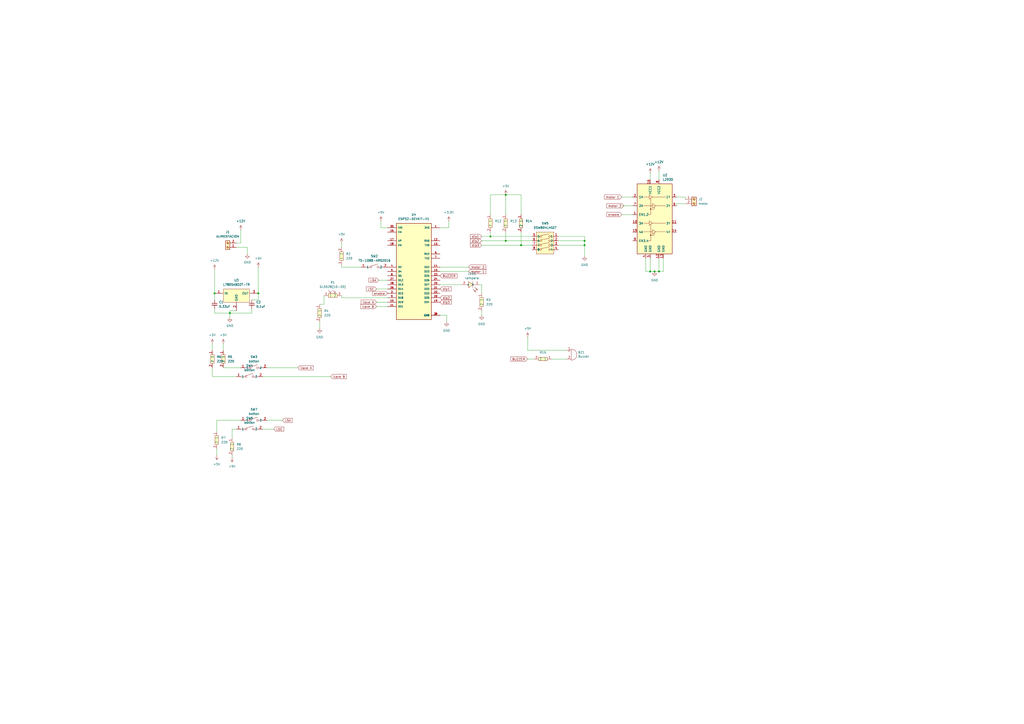
<source format=kicad_sch>
(kicad_sch (version 20250114) (generator "eeschema") (generator_version "9.0")
  (paper "A2")
  (lib_symbols
    (symbol "Connector:Screw_Terminal_01x02" (pin_names (offset 1.016) (hide yes))
      (property "Reference" "J" (at 0 2.54 0))
      (property "Value" "Screw_Terminal_01x02" (at 0 -5.08 0))
      (symbol "Screw_Terminal_01x02_1_1"
        (rectangle (start -1.27 1.27) (end 1.27 -3.81) (stroke (width 0.254)) (fill (type background)))
        (polyline (pts (xy -0.5334 0.3302) (xy 0.3302 -0.508)) (stroke (width 0.1524)))
        (polyline (pts (xy -0.5334 -2.2098) (xy 0.3302 -3.048)) (stroke (width 0.1524)))
        (polyline (pts (xy -0.3556 0.508) (xy 0.508 -0.3302)) (stroke (width 0.1524)))
        (polyline (pts (xy -0.3556 -2.032) (xy 0.508 -2.8702)) (stroke (width 0.1524)))
        (circle (center 0 0) (radius 0.635) (stroke (width 0.1524)))
        (circle (center 0 -2.54) (radius 0.635) (stroke (width 0.1524)))
        (pin passive line (at -5.08 0 0) (length 3.81) (name "Pin_1") (number "1"))
        (pin passive line (at -5.08 -2.54 0) (length 3.81) (name "Pin_2") (number "2"))
      )
    )
    (symbol "Device:Buzzer" (pin_names (offset 0.0254) (hide yes))
      (property "Reference" "BZ" (at 3.81 1.27 0))
      (property "Value" "Buzzer" (at 3.81 -1.27 0))
      (symbol "Buzzer_0_1"
        (polyline (pts (xy -1.651 1.905) (xy -1.143 1.905)))
        (polyline (pts (xy -1.397 2.159) (xy -1.397 1.651)))
        (arc (start 0 3.175) (mid 3.1612 0) (end 0 -3.175))
        (polyline (pts (xy 0 3.175) (xy 0 -3.175)))
      )
      (symbol "Buzzer_1_1"
        (pin passive line (at -2.54 2.54 0) (length 2.54) (name "+") (number "1"))
        (pin passive line (at -2.54 -2.54 0) (length 2.54) (name "-") (number "2"))
      )
    )
    (symbol "Device:C_Small" (pin_numbers (hide yes)) (pin_names (offset 0.254) (hide yes))
      (property "Reference" "C" (at 0.254 1.778 0))
      (property "Value" "C_Small" (at 0.254 -2.032 0))
      (symbol "C_Small_0_1"
        (polyline (pts (xy -1.524 0.508) (xy 1.524 0.508)) (stroke (width 0.3048)))
        (polyline (pts (xy -1.524 -0.508) (xy 1.524 -0.508)) (stroke (width 0.3302)))
      )
      (symbol "C_Small_1_1"
        (pin passive line (at 0 2.54 270) (length 2.032) (name "~") (number "1"))
        (pin passive line (at 0 -2.54 90) (length 2.032) (name "~") (number "2"))
      )
    )
    (symbol "Driver_Motor:L293D" (pin_names (offset 1.016))
      (property "Reference" "U" (at -5.08 26.035 0))
      (property "Value" "L293D" (at -5.08 24.13 0))
      (symbol "L293D_0_1"
        (rectangle (start -10.16 22.86) (end 10.16 -17.78) (stroke (width 0.254)) (fill (type background)))
        (polyline (pts (xy -6.35 15.24) (xy -3.175 15.24)))
        (polyline (pts (xy -6.35 10.16) (xy -1.27 10.16)))
        (polyline (pts (xy -6.35 0.127) (xy -3.175 0.127)))
        (polyline (pts (xy -6.35 -4.953) (xy -1.27 -4.953)))
        (polyline (pts (xy -3.175 16.51) (xy -3.175 13.97) (xy -1.27 15.24) (xy -3.175 16.51)))
        (polyline (pts (xy -3.175 1.397) (xy -3.175 -1.143) (xy -1.27 0.127) (xy -3.175 1.397)))
        (polyline (pts (xy -2.286 14.478) (xy -2.286 5.08) (xy -3.556 5.08)))
        (circle (center -2.286 8.255) (radius 0.254) (fill (type outline)))
        (polyline (pts (xy -2.286 8.255) (xy -0.254 8.255) (xy -0.254 9.525)))
        (polyline (pts (xy -2.286 -0.635) (xy -2.286 -10.16) (xy -3.556 -10.16)))
        (circle (center -2.286 -6.858) (radius 0.254) (fill (type outline)))
        (polyline (pts (xy -2.286 -6.858) (xy -0.254 -6.858) (xy -0.254 -5.588)))
        (polyline (pts (xy -1.27 15.24) (xy 6.35 15.24)))
        (polyline (pts (xy -1.27 11.43) (xy -1.27 8.89) (xy 0.635 10.16) (xy -1.27 11.43)))
        (polyline (pts (xy -1.27 0.127) (xy 6.35 0.127)))
        (polyline (pts (xy -1.27 -3.683) (xy -1.27 -6.223) (xy 0.635 -4.953) (xy -1.27 -3.683)))
        (polyline (pts (xy 0.635 10.16) (xy 6.35 10.16)))
        (polyline (pts (xy 0.635 -4.953) (xy 6.35 -4.953)))
      )
      (symbol "L293D_1_1"
        (pin input line (at -12.7 15.24 0) (length 2.54) (name "1A") (number "2"))
        (pin input line (at -12.7 10.16 0) (length 2.54) (name "2A") (number "7"))
        (pin input line (at -12.7 5.08 0) (length 2.54) (name "EN1,2") (number "1"))
        (pin input line (at -12.7 0 0) (length 2.54) (name "3A") (number "10"))
        (pin input line (at -12.7 -5.08 0) (length 2.54) (name "4A") (number "15"))
        (pin input line (at -12.7 -10.16 0) (length 2.54) (name "EN3,4") (number "9"))
        (pin power_in line (at -5.08 -20.32 90) (length 2.54) (name "GND") (number "4"))
        (pin power_in line (at -2.54 25.4 270) (length 2.54) (name "VCC1") (number "16"))
        (pin power_in line (at -2.54 -20.32 90) (length 2.54) (name "GND") (number "5"))
        (pin power_in line (at 2.54 25.4 270) (length 2.54) (name "VCC2") (number "8"))
        (pin power_in line (at 2.54 -20.32 90) (length 2.54) (name "GND") (number "12"))
        (pin power_in line (at 5.08 -20.32 90) (length 2.54) (name "GND") (number "13"))
        (pin output line (at 12.7 15.24 180) (length 2.54) (name "1Y") (number "3"))
        (pin output line (at 12.7 10.16 180) (length 2.54) (name "2Y") (number "6"))
        (pin output line (at 12.7 0 180) (length 2.54) (name "3Y") (number "11"))
        (pin output line (at 12.7 -5.08 180) (length 2.54) (name "4Y") (number "14"))
      )
    )
    (symbol "ESP32-DEVKIT-V1:ESP32-DEVKIT-V1" (pin_names (offset 1.016))
      (property "Reference" "U" (at -10.16 30.48 0))
      (property "Value" "ESP32-DEVKIT-V1" (at -10.16 -30.48 0))
      (symbol "ESP32-DEVKIT-V1_0_0"
        (rectangle (start -10.16 -27.94) (end 10.16 27.94) (stroke (width 0.254)) (fill (type background)))
        (pin input line (at -15.24 25.4 0) (length 5.08) (name "VIN") (number "30"))
        (pin input line (at -15.24 22.86 0) (length 5.08) (name "EN") (number "16"))
        (pin bidirectional line (at -15.24 17.78 0) (length 5.08) (name "VP") (number "17"))
        (pin bidirectional line (at -15.24 15.24 0) (length 5.08) (name "VN") (number "18"))
        (pin bidirectional line (at -15.24 2.54 0) (length 5.08) (name "D2") (number "4"))
        (pin bidirectional line (at -15.24 0 0) (length 5.08) (name "D4") (number "5"))
        (pin bidirectional line (at -15.24 -2.54 0) (length 5.08) (name "D5") (number "8"))
        (pin bidirectional line (at -15.24 -5.08 0) (length 5.08) (name "D12") (number "27"))
        (pin bidirectional line (at -15.24 -7.62 0) (length 5.08) (name "D13") (number "28"))
        (pin bidirectional line (at -15.24 -10.16 0) (length 5.08) (name "D14") (number "26"))
        (pin bidirectional line (at -15.24 -12.7 0) (length 5.08) (name "D15") (number "3"))
        (pin bidirectional line (at -15.24 -15.24 0) (length 5.08) (name "D18") (number "9"))
        (pin bidirectional line (at -15.24 -17.78 0) (length 5.08) (name "D19") (number "10"))
        (pin bidirectional line (at -15.24 -20.32 0) (length 5.08) (name "D21") (number "11"))
        (pin output line (at 15.24 25.4 180) (length 5.08) (name "3V3") (number "1"))
        (pin input line (at 15.24 17.78 180) (length 5.08) (name "RX0") (number "12"))
        (pin output line (at 15.24 15.24 180) (length 5.08) (name "TX0") (number "13"))
        (pin input line (at 15.24 10.16 180) (length 5.08) (name "RX2") (number "6"))
        (pin output line (at 15.24 7.62 180) (length 5.08) (name "TX2") (number "7"))
        (pin bidirectional line (at 15.24 2.54 180) (length 5.08) (name "D22") (number "14"))
        (pin bidirectional line (at 15.24 0 180) (length 5.08) (name "D23") (number "15"))
        (pin bidirectional line (at 15.24 -2.54 180) (length 5.08) (name "D25") (number "23"))
        (pin bidirectional line (at 15.24 -5.08 180) (length 5.08) (name "D26") (number "24"))
        (pin bidirectional line (at 15.24 -7.62 180) (length 5.08) (name "D27") (number "25"))
        (pin bidirectional line (at 15.24 -10.16 180) (length 5.08) (name "D32") (number "21"))
        (pin bidirectional line (at 15.24 -12.7 180) (length 5.08) (name "D33") (number "22"))
        (pin bidirectional line (at 15.24 -15.24 180) (length 5.08) (name "D35") (number "20"))
        (pin bidirectional line (at 15.24 -17.78 180) (length 5.08) (name "D34") (number "19"))
        (pin power_in line (at 15.24 -25.4 180) (length 5.08) (name "GND") (number "2"))
        (pin power_in line (at 15.24 -25.4 180) (length 5.08) (name "GND") (number "29"))
      )
    )
    (symbol "easyeda2kicad:1206W4J0221T5E"
      (property "Reference" "R" (at 0 5.08 0))
      (property "Value" "1206W4J0221T5E" (at 0 -5.08 0))
      (symbol "1206W4J0221T5E_0_1"
        (rectangle (start -2.54 1.02) (end 2.54 -1.02) (fill (type background)))
        (pin input line (at -5.08 0 0) (length 2.54) (name "1") (number "1"))
        (pin input line (at 5.08 0 180) (length 2.54) (name "2") (number "2"))
      )
    )
    (symbol "easyeda2kicad:DSWB04LHGET"
      (property "Reference" "SW" (at 0 12.7 0))
      (property "Value" "DSWB04LHGET" (at 0 -12.7 0))
      (symbol "DSWB04LHGET_0_1"
        (rectangle (start -6.35 5.08) (end 6.35 -5.08) (fill (type background)))
        (polyline (pts (xy -4.32 -2.54) (xy -5.33 2.54)))
        (polyline (pts (xy -3.81 3.05) (xy -3.81 5.08)))
        (circle (center -3.81 2.54) (radius 0.51))
        (circle (center -3.81 -2.54) (radius 0.51))
        (polyline (pts (xy -3.81 -3.05) (xy -3.81 -5.08)))
        (polyline (pts (xy -1.78 -2.54) (xy -2.79 2.54)))
        (polyline (pts (xy -1.27 3.05) (xy -1.27 5.08)))
        (circle (center -1.27 2.54) (radius 0.51))
        (circle (center -1.27 -2.54) (radius 0.51))
        (polyline (pts (xy -1.27 -3.05) (xy -1.27 -5.08)))
        (polyline (pts (xy 0.76 -2.54) (xy -0.25 2.54)))
        (polyline (pts (xy 1.27 3.05) (xy 1.27 5.08)))
        (circle (center 1.27 2.54) (radius 0.51))
        (circle (center 1.27 -2.54) (radius 0.51))
        (polyline (pts (xy 1.27 -3.05) (xy 1.27 -5.08)))
        (polyline (pts (xy 3.3 -2.54) (xy 2.29 2.54)))
        (polyline (pts (xy 3.81 3.05) (xy 3.81 5.08)))
        (circle (center 3.81 2.54) (radius 0.51))
        (circle (center 3.81 -2.54) (radius 0.51))
        (polyline (pts (xy 3.81 -3.05) (xy 3.81 -5.08)))
        (pin unspecified line (at -3.81 7.62 270) (length 2.54) (name "1") (number "1"))
        (pin unspecified line (at -3.81 -7.62 90) (length 2.54) (name "5") (number "5"))
        (pin unspecified line (at -1.27 7.62 270) (length 2.54) (name "2") (number "2"))
        (pin unspecified line (at -1.27 -7.62 90) (length 2.54) (name "6") (number "6"))
        (pin unspecified line (at 1.27 7.62 270) (length 2.54) (name "3") (number "3"))
        (pin unspecified line (at 1.27 -7.62 90) (length 2.54) (name "7") (number "7"))
        (pin unspecified line (at 3.81 7.62 270) (length 2.54) (name "4") (number "4"))
        (pin unspecified line (at 3.81 -7.62 90) (length 2.54) (name "8") (number "8"))
      )
    )
    (symbol "easyeda2kicad:GL5528(10-20)"
      (property "Reference" "R" (at 0 3.81 0))
      (property "Value" "GL5528(10-20)" (at 0 -6.35 0))
      (symbol "GL5528(10-20)_0_1"
        (polyline (pts (xy -2.54 1.78) (xy -1.02 0.25)))
        (rectangle (start -2.54 -0.25) (end 2.54 -2.29) (fill (type background)))
        (polyline (pts (xy -1.02 1.27) (xy -1.02 0.25) (xy -2.03 0.25)))
        (polyline (pts (xy 0 1.78) (xy 1.52 0.25)))
        (polyline (pts (xy 1.52 1.27) (xy 1.52 0.25) (xy 0.51 0.25)))
        (pin input line (at -5.08 -1.27 0) (length 2.54) (name "1") (number "1"))
        (pin input line (at 5.08 -1.27 180) (length 2.54) (name "2") (number "2"))
      )
    )
    (symbol "easyeda2kicad:L7805ABD2T-TR"
      (property "Reference" "U" (at 0 8.89 0))
      (property "Value" "L7805ABD2T-TR" (at 0 -11.43 0))
      (symbol "L7805ABD2T-TR_0_1"
        (rectangle (start -7.62 6.35) (end 7.62 -1.27) (fill (type background)))
        (pin power_in line (at -12.7 3.81 0) (length 5.08) (name "IN") (number "1"))
        (pin power_in line (at 0 -6.35 90) (length 5.08) (name "GND") (number "2"))
        (pin power_in line (at 12.7 3.81 180) (length 5.08) (name "OUT") (number "3"))
      )
    )
    (symbol "easyeda2kicad:RC1206FR-071KL"
      (property "Reference" "R" (at 0 5.08 0))
      (property "Value" "RC1206FR-071KL" (at 0 -5.08 0))
      (symbol "RC1206FR-071KL_0_1"
        (rectangle (start -2.54 1.02) (end 2.54 -1.02) (fill (type background)))
        (pin input line (at -5.08 0 0) (length 2.54) (name "1") (number "1"))
        (pin input line (at 5.08 0 180) (length 2.54) (name "2") (number "2"))
      )
    )
    (symbol "easyeda2kicad:TS-1088-AR02016"
      (property "Reference" "SW" (at 0 5.08 0))
      (property "Value" "TS-1088-AR02016" (at 0 -5.08 0))
      (symbol "TS-1088-AR02016_0_1"
        (polyline (pts (xy -5.08 0) (xy -2.54 0)))
        (polyline (pts (xy -2.29 0.51) (xy 2.03 1.78)))
        (circle (center -2.03 0) (radius 0.51))
        (circle (center 2.03 0) (radius 0.51))
        (polyline (pts (xy 5.08 0) (xy 2.54 0)))
        (pin unspecified line (at -7.62 0 0) (length 2.54) (name "1") (number "1"))
        (pin unspecified line (at 7.62 0 180) (length 2.54) (name "2") (number "2"))
      )
    )
    (symbol "easyeda2kicad:XL-1608SURC-06"
      (property "Reference" "LED" (at 0 5.08 0))
      (property "Value" "XL-1608SURC-06" (at 0 -5.08 0))
      (symbol "XL-1608SURC-06_0_1"
        (polyline (pts (xy -4.06 3.3) (xy -3.05 2.79) (xy -3.56 2.29) (xy -4.06 3.3)) (fill (type background)))
        (polyline (pts (xy -3.05 4.32) (xy -2.03 3.81) (xy -2.54 3.3) (xy -3.05 4.32)) (fill (type background)))
        (polyline (pts (xy -2.29 1.52) (xy -3.3 2.54) (xy -2.29 1.52)) (fill (type background)))
        (polyline (pts (xy -1.27 2.54) (xy -2.29 3.56) (xy -1.27 2.54)) (fill (type background)))
        (polyline (pts (xy -1.27 1.78) (xy -1.27 -1.78)))
        (polyline (pts (xy -1.27 0) (xy -2.54 0)))
        (polyline (pts (xy 1.27 1.78) (xy -1.27 0) (xy 1.27 -1.78) (xy 1.27 1.78)) (fill (type background)))
        (polyline (pts (xy 2.54 0) (xy 1.27 0)))
        (pin unspecified line (at -5.08 0 0) (length 2.54) (name "K") (number "1"))
        (pin unspecified line (at 5.08 0 180) (length 2.54) (name "A") (number "2"))
      )
    )
    (symbol "power:+12V" (power) (pin_numbers (hide yes)) (pin_names (offset 0) (hide yes))
      (property "Value" "+12V" (at 0 3.556 0))
      (symbol "+12V_0_1"
        (polyline (pts (xy -0.762 1.27) (xy 0 2.54)))
        (polyline (pts (xy 0 2.54) (xy 0.762 1.27)))
        (polyline (pts (xy 0 0) (xy 0 2.54)))
      )
      (symbol "+12V_1_1"
        (pin power_in line (at 0 0 90) (length 0) (name "~") (number "1"))
      )
    )
    (symbol "power:+3.3V" (power) (pin_numbers (hide yes)) (pin_names (offset 0) (hide yes))
      (property "Value" "+3.3V" (at 0 3.556 0))
      (symbol "+3.3V_0_1"
        (polyline (pts (xy -0.762 1.27) (xy 0 2.54)))
        (polyline (pts (xy 0 2.54) (xy 0.762 1.27)))
        (polyline (pts (xy 0 0) (xy 0 2.54)))
      )
      (symbol "+3.3V_1_1"
        (pin power_in line (at 0 0 90) (length 0) (name "~") (number "1"))
      )
    )
    (symbol "power:+5V" (power) (pin_numbers (hide yes)) (pin_names (offset 0) (hide yes))
      (property "Value" "+5V" (at 0 3.556 0))
      (symbol "+5V_0_1"
        (polyline (pts (xy -0.762 1.27) (xy 0 2.54)))
        (polyline (pts (xy 0 2.54) (xy 0.762 1.27)))
        (polyline (pts (xy 0 0) (xy 0 2.54)))
      )
      (symbol "+5V_1_1"
        (pin power_in line (at 0 0 90) (length 0) (name "~") (number "1"))
      )
    )
    (symbol "power:GND" (power) (pin_numbers (hide yes)) (pin_names (offset 0) (hide yes))
      (property "Value" "GND" (at 0 -3.81 0))
      (symbol "GND_0_1"
        (polyline (pts (xy 0 0) (xy 0 -1.27) (xy 1.27 -1.27) (xy 0 -2.54) (xy -1.27 -1.27) (xy 0 -1.27)))
      )
      (symbol "GND_1_1"
        (pin power_in line (at 0 0 270) (length 0) (name "~") (number "1"))
      )
    )
  )
  (junction (at 124.46 170.18))
  (junction (at 302.26 142.24))
  (junction (at 339.09 142.24))
  (junction (at 293.37 139.7))
  (junction (at 377.19 157.48))
  (junction (at 339.09 139.7))
  (junction (at 133.35 181.61))
  (junction (at 149.86 170.18))
  (junction (at 382.27 157.48))
  (junction (at 293.37 113.03))
  (junction (at 379.73 157.48))
  (junction (at 284.48 137.16))
  (wire (pts (xy 255.27 157.48) (xy 271.78 157.48)))
  (wire (pts (xy 279.4 165.1) (xy 279.4 170.18)))
  (wire (pts (xy 137.16 143.51) (xy 143.51 143.51)))
  (wire (pts (xy 123.19 199.39) (xy 123.19 203.2)))
  (wire (pts (xy 293.37 113.03) (xy 302.26 113.03)))
  (wire (pts (xy 133.35 181.61) (xy 133.35 184.15)))
  (wire (pts (xy 320.04 208.28) (xy 328.93 208.28)))
  (wire (pts (xy 133.35 181.61) (xy 146.05 181.61)))
  (wire (pts (xy 218.44 175.26) (xy 224.79 175.26)))
  (wire (pts (xy 146.05 173.99) (xy 149.86 173.99)))
  (wire (pts (xy 255.27 182.88) (xy 259.08 182.88)))
  (wire (pts (xy 123.19 213.36) (xy 123.19 218.44)))
  (wire (pts (xy 198.12 140.97) (xy 198.12 143.51)))
  (wire (pts (xy 284.48 113.03) (xy 284.48 124.46)))
  (wire (pts (xy 284.48 134.62) (xy 284.48 137.16)))
  (wire (pts (xy 198.12 172.72) (xy 224.79 172.72)))
  (wire (pts (xy 137.16 180.34) (xy 133.35 180.34)))
  (wire (pts (xy 125.73 260.35) (xy 125.73 264.16)))
  (wire (pts (xy 323.85 139.7) (xy 339.09 139.7)))
  (wire (pts (xy 392.43 118.11) (xy 392.43 119.38)))
  (wire (pts (xy 260.35 132.08) (xy 255.27 132.08)))
  (wire (pts (xy 259.08 182.88) (xy 259.08 186.69)))
  (wire (pts (xy 293.37 134.62) (xy 293.37 139.7)))
  (wire (pts (xy 149.86 154.94) (xy 149.86 170.18)))
  (wire (pts (xy 279.4 139.7) (xy 293.37 139.7)))
  (wire (pts (xy 152.4 218.44) (xy 191.77 218.44)))
  (wire (pts (xy 382.27 149.86) (xy 382.27 157.48)))
  (wire (pts (xy 187.96 171.45) (xy 187.96 176.53)))
  (wire (pts (xy 146.05 179.07) (xy 146.05 181.61)))
  (wire (pts (xy 133.35 180.34) (xy 133.35 181.61)))
  (wire (pts (xy 302.26 113.03) (xy 302.26 124.46)))
  (wire (pts (xy 149.86 173.99) (xy 149.86 170.18)))
  (wire (pts (xy 137.16 248.92) (xy 134.62 248.92)))
  (wire (pts (xy 220.98 128.27) (xy 220.98 132.08)))
  (wire (pts (xy 220.98 132.08) (xy 224.79 132.08)))
  (wire (pts (xy 198.12 154.94) (xy 209.55 154.94)))
  (wire (pts (xy 139.7 133.35) (xy 139.7 140.97)))
  (wire (pts (xy 382.27 157.48) (xy 379.73 157.48)))
  (wire (pts (xy 377.19 100.33) (xy 377.19 104.14)))
  (wire (pts (xy 377.19 157.48) (xy 379.73 157.48)))
  (wire (pts (xy 124.46 179.07) (xy 124.46 181.61)))
  (wire (pts (xy 377.19 149.86) (xy 377.19 157.48)))
  (wire (pts (xy 360.68 114.3) (xy 367.03 114.3)))
  (wire (pts (xy 139.7 213.36) (xy 129.54 213.36)))
  (wire (pts (xy 360.68 119.38) (xy 367.03 119.38)))
  (wire (pts (xy 198.12 153.67) (xy 198.12 154.94)))
  (wire (pts (xy 152.4 248.92) (xy 158.75 248.92)))
  (wire (pts (xy 124.46 170.18) (xy 124.46 173.99)))
  (wire (pts (xy 125.73 243.84) (xy 125.73 250.19)))
  (wire (pts (xy 278.13 165.1) (xy 279.4 165.1)))
  (wire (pts (xy 125.73 243.84) (xy 139.7 243.84)))
  (wire (pts (xy 360.68 124.46) (xy 367.03 124.46)))
  (wire (pts (xy 323.85 142.24) (xy 339.09 142.24)))
  (wire (pts (xy 218.44 167.64) (xy 224.79 167.64)))
  (wire (pts (xy 218.44 177.8) (xy 224.79 177.8)))
  (wire (pts (xy 187.96 176.53) (xy 185.42 176.53)))
  (wire (pts (xy 129.54 199.39) (xy 129.54 203.2)))
  (wire (pts (xy 219.71 162.56) (xy 224.79 162.56)))
  (wire (pts (xy 279.4 180.34) (xy 279.4 182.88)))
  (wire (pts (xy 123.19 218.44) (xy 137.16 218.44)))
  (wire (pts (xy 306.07 203.2) (xy 328.93 203.2)))
  (wire (pts (xy 134.62 264.16) (xy 134.62 265.43)))
  (wire (pts (xy 143.51 143.51) (xy 143.51 147.32)))
  (wire (pts (xy 306.07 208.28) (xy 309.88 208.28)))
  (wire (pts (xy 397.51 114.3) (xy 397.51 115.57)))
  (wire (pts (xy 198.12 172.72) (xy 198.12 171.45)))
  (wire (pts (xy 397.51 118.11) (xy 392.43 118.11)))
  (wire (pts (xy 185.42 186.69) (xy 185.42 190.5)))
  (wire (pts (xy 392.43 114.3) (xy 397.51 114.3)))
  (wire (pts (xy 260.35 128.27) (xy 260.35 132.08)))
  (wire (pts (xy 124.46 181.61) (xy 133.35 181.61)))
  (wire (pts (xy 382.27 99.06) (xy 382.27 104.14)))
  (wire (pts (xy 284.48 137.16) (xy 308.61 137.16)))
  (wire (pts (xy 306.07 195.58) (xy 306.07 203.2)))
  (wire (pts (xy 255.27 154.94) (xy 271.78 154.94)))
  (wire (pts (xy 384.81 157.48) (xy 382.27 157.48)))
  (wire (pts (xy 279.4 137.16) (xy 284.48 137.16)))
  (wire (pts (xy 154.94 243.84) (xy 163.83 243.84)))
  (wire (pts (xy 134.62 248.92) (xy 134.62 254)))
  (wire (pts (xy 293.37 139.7) (xy 308.61 139.7)))
  (wire (pts (xy 124.46 156.21) (xy 124.46 170.18)))
  (wire (pts (xy 293.37 113.03) (xy 293.37 124.46)))
  (wire (pts (xy 137.16 140.97) (xy 139.7 140.97)))
  (wire (pts (xy 302.26 134.62) (xy 302.26 142.24)))
  (wire (pts (xy 279.4 142.24) (xy 302.26 142.24)))
  (wire (pts (xy 154.94 213.36) (xy 172.72 213.36)))
  (wire (pts (xy 339.09 142.24) (xy 339.09 148.59)))
  (wire (pts (xy 302.26 142.24) (xy 308.61 142.24)))
  (wire (pts (xy 323.85 137.16) (xy 339.09 137.16)))
  (wire (pts (xy 255.27 165.1) (xy 267.97 165.1)))
  (wire (pts (xy 384.81 149.86) (xy 384.81 157.48)))
  (wire (pts (xy 374.65 149.86) (xy 374.65 157.48)))
  (wire (pts (xy 339.09 139.7) (xy 339.09 142.24)))
  (wire (pts (xy 374.65 157.48) (xy 377.19 157.48)))
  (wire (pts (xy 284.48 113.03) (xy 293.37 113.03)))
  (wire (pts (xy 339.09 137.16) (xy 339.09 139.7)))
  (global_label "dip1" (shape input) (at 255.27 167.64 0) (property "Intersheetrefs" "${INTERSHEET_REFS}" (effects (hide yes))))
  (global_label "dip1" (shape input) (at 279.4 137.16 180) (property "Intersheetrefs" "${INTERSHEET_REFS}" (effects (hide yes))))
  (global_label "LSC" (shape input) (at 158.75 248.92 0) (property "Intersheetrefs" "${INTERSHEET_REFS}" (effects (hide yes))))
  (global_label "llave B" (shape input) (at 218.44 177.8 180) (property "Intersheetrefs" "${INTERSHEET_REFS}" (effects (hide yes))))
  (global_label "motor 2" (shape input) (at 271.78 154.94 0) (property "Intersheetrefs" "${INTERSHEET_REFS}" (effects (hide yes))))
  (global_label "LSA" (shape input) (at 219.71 162.56 180) (property "Intersheetrefs" "${INTERSHEET_REFS}" (effects (hide yes))))
  (global_label "LSC" (shape input) (at 218.44 167.64 180) (property "Intersheetrefs" "${INTERSHEET_REFS}" (effects (hide yes))))
  (global_label "llave A" (shape input) (at 218.44 175.26 180) (property "Intersheetrefs" "${INTERSHEET_REFS}" (effects (hide yes))))
  (global_label "motor 1" (shape input) (at 360.68 114.3 180) (property "Intersheetrefs" "${INTERSHEET_REFS}" (effects (hide yes))))
  (global_label "dip3" (shape input) (at 279.4 142.24 180) (property "Intersheetrefs" "${INTERSHEET_REFS}" (effects (hide yes))))
  (global_label "BUZZER" (shape input) (at 306.07 208.28 180) (property "Intersheetrefs" "${INTERSHEET_REFS}" (effects (hide yes))))
  (global_label "motor 2" (shape input) (at 361.95 119.38 180) (property "Intersheetrefs" "${INTERSHEET_REFS}" (effects (hide yes))))
  (global_label "dip3" (shape input) (at 255.27 175.26 0) (property "Intersheetrefs" "${INTERSHEET_REFS}" (effects (hide yes))))
  (global_label "BUZZER" (shape input) (at 255.27 160.02 0) (property "Intersheetrefs" "${INTERSHEET_REFS}" (effects (hide yes))))
  (global_label "LSA" (shape input) (at 163.83 243.84 0) (property "Intersheetrefs" "${INTERSHEET_REFS}" (effects (hide yes))))
  (global_label "dip2" (shape input) (at 255.27 172.72 0) (property "Intersheetrefs" "${INTERSHEET_REFS}" (effects (hide yes))))
  (global_label "enable" (shape input) (at 224.79 170.18 180) (property "Intersheetrefs" "${INTERSHEET_REFS}" (effects (hide yes))))
  (global_label "dip2" (shape input) (at 279.4 139.7 180) (property "Intersheetrefs" "${INTERSHEET_REFS}" (effects (hide yes))))
  (global_label "llave A" (shape input) (at 172.72 213.36 0) (property "Intersheetrefs" "${INTERSHEET_REFS}" (effects (hide yes))))
  (global_label "motor 1" (shape input) (at 271.78 157.48 0) (property "Intersheetrefs" "${INTERSHEET_REFS}" (effects (hide yes))))
  (global_label "llave B" (shape input) (at 191.77 218.44 0) (property "Intersheetrefs" "${INTERSHEET_REFS}" (effects (hide yes))))
  (global_label "enable" (shape input) (at 360.68 124.46 180) (property "Intersheetrefs" "${INTERSHEET_REFS}" (effects (hide yes))))
  (symbol (lib_id "power:GND") (at 339.09 148.59 0) (unit 1)
    (property "Reference" "#PWR033" (effects (hide yes)))
    (property "Value" "GND" (at 339.09 153.67 0))
    (property "Description" "Power symbol creates a global label with name \"GND\" , ground" (effects (hide yes)))
  )
  (symbol (lib_id "power:+5V") (at 149.86 154.94 0) (unit 1)
    (property "Reference" "#PWR05" (effects (hide yes)))
    (property "Value" "+5V" (at 149.86 149.86 0))
    (property "Description" "Power symbol creates a global label with name \"+5V\"" (effects (hide yes)))
  )
  (symbol (lib_id "ESP32-DEVKIT-V1:ESP32-DEVKIT-V1") (at 240.03 157.48 0) (unit 1)
    (property "Reference" "U4" (at 240.03 124.46 0))
    (property "Value" "ESP32-DEVKIT-V1" (at 240.03 127 0))
    (property "Footprint" "ESP32-DEVKIT-V1 (1):MODULE_ESP32_DEVKIT_V1" (effects (hide yes)))
    (property "MF" "Do it" (effects (hide yes)))
    (property "MAXIMUM_PACKAGE_HEIGHT" "6.8 mm" (effects (hide yes)))
    (property "Package" "None" (effects (hide yes)))
    (property "Price" "None" (effects (hide yes)))
    (property "Check_prices" "https://www.snapeda.com/parts/ESP32-DEVKIT-V1/Do+it/view-part/?ref=eda" (effects (hide yes)))
    (property "STANDARD" "Manufacturer Recommendations" (effects (hide yes)))
    (property "PARTREV" "N/A" (effects (hide yes)))
    (property "SnapEDA_Link" "https://www.snapeda.com/parts/ESP32-DEVKIT-V1/Do+it/view-part/?ref=snap" (effects (hide yes)))
    (property "MP" "ESP32-DEVKIT-V1" (effects (hide yes)))
    (property "Description_1" "\nDual core, Wi-Fi: 2.4 GHz up to 150 Mbits/s,BLE (Bluetooth Low Energy) and legacy Bluetooth, 32 bits, Up to 240 MHz\n" (effects (hide yes)))
    (property "Availability" "Not in stock" (effects (hide yes)))
    (property "MANUFACTURER" "DOIT" (effects (hide yes)))
  )
  (symbol (lib_id "Device:Buzzer") (at 331.47 205.74 0) (unit 1)
    (property "Reference" "BZ1" (at 335.28 204.4699 0) (effects (justify left)))
    (property "Value" "Buzzer" (at 335.28 206.756 0) (effects (justify left)))
    (property "Footprint" "Buzzer_Beeper:Buzzer_CUI_CPT-9019S-SMT" (effects (hide yes)))
    (property "Description" "Buzzer, polarized" (effects (hide yes)))
  )
  (symbol (lib_id "easyeda2kicad:1206W4J0221T5E") (at 129.54 208.28 270) (unit 1)
    (property "Reference" "R5" (at 132.08 207.0099 90) (effects (justify left)))
    (property "Value" "220" (at 132.08 209.5499 90) (effects (justify left)))
    (property "Footprint" "easyeda2kicad:R1206" (effects (hide yes)))
    (property "Datasheet" "https://lcsc.com/product-detail/Chip-Resistor-Surface-Mount-UniOhm_220R-221-5_C25363.html" (effects (hide yes)))
    (property "LCSC Part" "C25363" (effects (hide yes)))
  )
  (symbol (lib_id "easyeda2kicad:DSWB04LHGET") (at 316.23 140.97 270) (unit 1)
    (property "Reference" "SW5" (at 316.23 129.54 90))
    (property "Value" "DSWB04LHGET" (at 316.23 132.08 90))
    (property "Footprint" "easyeda2kicad:SW-TH_DSWB04LHGET" (effects (hide yes)))
    (property "Datasheet" "https://lcsc.com/product-detail/DIP-Switches_DIP-switch-Dip-Switch-DSWB04LHGET_C99418.html" (effects (hide yes)))
    (property "LCSC Part" "C99418" (effects (hide yes)))
  )
  (symbol (lib_id "power:+3.3V") (at 260.35 128.27 0) (unit 1)
    (property "Reference" "#PWR020" (effects (hide yes)))
    (property "Value" "+3.3V" (at 260.35 123.19 0))
    (property "Description" "Power symbol creates a global label with name \"+3.3V\"" (effects (hide yes)))
  )
  (symbol (lib_id "power:GND") (at 133.35 184.15 0) (unit 1)
    (property "Reference" "#PWR02" (effects (hide yes)))
    (property "Value" "GND" (at 133.35 188.976 0))
    (property "Description" "Power symbol creates a global label with name \"GND\" , ground" (effects (hide yes)))
  )
  (symbol (lib_id "power:GND") (at 143.51 147.32 0) (unit 1)
    (property "Reference" "#PWR04" (effects (hide yes)))
    (property "Value" "GND" (at 143.51 152.146 0))
    (property "Description" "Power symbol creates a global label with name \"GND\" , ground" (effects (hide yes)))
  )
  (symbol (lib_id "power:+5V") (at 129.54 199.39 0) (unit 1)
    (property "Reference" "#PWR07" (effects (hide yes)))
    (property "Value" "+5V" (at 129.54 194.31 0))
    (property "Description" "Power symbol creates a global label with name \"+5V\"" (effects (hide yes)))
  )
  (symbol (lib_id "power:+5V") (at 123.19 199.39 0) (unit 1)
    (property "Reference" "#PWR06" (effects (hide yes)))
    (property "Value" "+5V" (at 123.19 194.31 0))
    (property "Description" "Power symbol creates a global label with name \"+5V\"" (effects (hide yes)))
  )
  (symbol (lib_id "Device:C_Small") (at 124.46 176.53 0) (unit 1)
    (property "Reference" "C1" (at 127 175.2662 0) (effects (justify left)))
    (property "Value" "0.33uf" (at 127 177.8062 0) (effects (justify left)))
    (property "Footprint" "Capacitor_SMD:C_0402_1005Metric" (effects (hide yes)))
    (property "Description" "Unpolarized capacitor, small symbol" (effects (hide yes)))
  )
  (symbol (lib_id "power:+12V") (at 377.19 100.33 0) (unit 1)
    (property "Reference" "#PWR010" (effects (hide yes)))
    (property "Value" "+12V" (at 377.19 95.25 0))
    (property "Description" "Power symbol creates a global label with name \"+12V\"" (effects (hide yes)))
  )
  (symbol (lib_id "power:GND") (at 279.4 182.88 0) (unit 1)
    (property "Reference" "#PWR023" (effects (hide yes)))
    (property "Value" "GND" (at 279.4 187.96 0))
    (property "Description" "Power symbol creates a global label with name \"GND\" , ground" (effects (hide yes)))
  )
  (symbol (lib_id "power:GND") (at 379.73 157.48 0) (unit 1)
    (property "Reference" "#PWR037" (effects (hide yes)))
    (property "Value" "GND" (at 379.73 162.56 0))
    (property "Description" "Power symbol creates a global label with name \"GND\" , ground" (effects (hide yes)))
  )
  (symbol (lib_id "easyeda2kicad:1206W4J0221T5E") (at 279.4 175.26 270) (unit 1)
    (property "Reference" "R3" (at 281.94 173.9899 90) (effects (justify left)))
    (property "Value" "220" (at 281.94 176.5299 90) (effects (justify left)))
    (property "Footprint" "easyeda2kicad:R1206" (effects (hide yes)))
    (property "Datasheet" "https://lcsc.com/product-detail/Chip-Resistor-Surface-Mount-UniOhm_220R-221-5_C25363.html" (effects (hide yes)))
    (property "LCSC Part" "C25363" (effects (hide yes)))
  )
  (symbol (lib_id "easyeda2kicad:1206W4J0221T5E") (at 134.62 259.08 270) (unit 1)
    (property "Reference" "R8" (at 137.16 257.8099 90) (effects (justify left)))
    (property "Value" "220" (at 137.16 260.3499 90) (effects (justify left)))
    (property "Footprint" "easyeda2kicad:R1206" (effects (hide yes)))
    (property "Datasheet" "https://lcsc.com/product-detail/Chip-Resistor-Surface-Mount-UniOhm_220R-221-5_C25363.html" (effects (hide yes)))
    (property "LCSC Part" "C25363" (effects (hide yes)))
  )
  (symbol (lib_id "easyeda2kicad:RC1206FR-071KL") (at 314.96 208.28 180) (unit 1)
    (property "Reference" "R15" (at 314.96 204.47 0))
    (property "Value" "RC1206FR-071KL" (effects (hide yes)))
    (property "Footprint" "easyeda2kicad:R1206" (effects (hide yes)))
    (property "Datasheet" "https://lcsc.com/product-detail/Chip-Resistor-Surface-Mount_1KR-1001-1_C131398.html" (effects (hide yes)))
    (property "LCSC Part" "C131398" (effects (hide yes)))
  )
  (symbol (lib_id "power:+12V") (at 139.7 133.35 0) (unit 1)
    (property "Reference" "#PWR03" (effects (hide yes)))
    (property "Value" "+12V" (at 139.7 128.27 0))
    (property "Description" "Power symbol creates a global label with name \"+12V\"" (effects (hide yes)))
  )
  (symbol (lib_id "power:+5V") (at 220.98 128.27 0) (unit 1)
    (property "Reference" "#PWR015" (effects (hide yes)))
    (property "Value" "+5V" (at 220.98 123.19 0))
    (property "Description" "Power symbol creates a global label with name \"+5V\"" (effects (hide yes)))
  )
  (symbol (lib_id "easyeda2kicad:1206W4J0221T5E") (at 123.19 208.28 270) (unit 1)
    (property "Reference" "R6" (at 125.73 207.0099 90) (effects (justify left)))
    (property "Value" "220" (at 125.73 209.5499 90) (effects (justify left)))
    (property "Footprint" "easyeda2kicad:R1206" (effects (hide yes)))
    (property "Datasheet" "https://lcsc.com/product-detail/Chip-Resistor-Surface-Mount-UniOhm_220R-221-5_C25363.html" (effects (hide yes)))
    (property "LCSC Part" "C25363" (effects (hide yes)))
  )
  (symbol (lib_id "Driver_Motor:L293D") (at 379.73 129.54 0) (unit 1)
    (property "Reference" "U2" (at 384.4133 101.6 0) (effects (justify left)))
    (property "Value" "L293D" (at 384.4133 104.14 0) (effects (justify left)))
    (property "Footprint" "Package_DIP:DIP-16_W7.62mm_Socket" (effects (hide yes)))
    (property "Datasheet" "http://www.ti.com/lit/ds/symlink/l293.pdf" (effects (hide yes)))
    (property "Description" "Quadruple Half-H Drivers" (effects (hide yes)))
  )
  (symbol (lib_id "Connector:Screw_Terminal_01x02") (at 132.08 143.51 180) (unit 1)
    (property "Reference" "J1" (at 132.08 134.62 0))
    (property "Value" "ALIMENTACION" (at 132.08 137.16 0))
    (property "Footprint" "TerminalBlock:TerminalBlock_bornier-2_P5.08mm" (effects (hide yes)))
    (property "Description" "Generic screw terminal, single row, 01x02, script generated (kicad-library-utils/schlib/autogen/connector/)" (effects (hide yes)))
  )
  (symbol (lib_id "Device:C_Small") (at 146.05 176.53 0) (unit 1)
    (property "Reference" "C2" (at 148.59 175.2662 0) (effects (justify left)))
    (property "Value" "0.1uf" (at 148.59 177.8062 0) (effects (justify left)))
    (property "Footprint" "Capacitor_SMD:C_0402_1005Metric" (effects (hide yes)))
    (property "Description" "Unpolarized capacitor, small symbol" (effects (hide yes)))
  )
  (symbol (lib_id "power:+12V") (at 124.46 156.21 0) (unit 1)
    (property "Reference" "#PWR01" (effects (hide yes)))
    (property "Value" "+12V" (at 124.46 151.13 0))
    (property "Description" "Power symbol creates a global label with name \"+12V\"" (effects (hide yes)))
  )
  (symbol (lib_id "easyeda2kicad:1206W4J0221T5E") (at 185.42 181.61 270) (unit 1)
    (property "Reference" "R4" (at 187.96 180.3399 90) (effects (justify left)))
    (property "Value" "220" (at 187.96 182.8799 90) (effects (justify left)))
    (property "Footprint" "easyeda2kicad:R1206" (effects (hide yes)))
    (property "Datasheet" "https://lcsc.com/product-detail/Chip-Resistor-Surface-Mount-UniOhm_220R-221-5_C25363.html" (effects (hide yes)))
    (property "LCSC Part" "C25363" (effects (hide yes)))
  )
  (symbol (lib_id "easyeda2kicad:RC1206FR-071KL") (at 293.37 129.54 270) (unit 1)
    (property "Reference" "R13" (at 295.91 128.2699 90) (effects (justify left)))
    (property "Value" "RC1206FR-071KL" (effects (hide yes)))
    (property "Footprint" "easyeda2kicad:R1206" (effects (hide yes)))
    (property "Datasheet" "https://lcsc.com/product-detail/Chip-Resistor-Surface-Mount_1KR-1001-1_C131398.html" (effects (hide yes)))
    (property "LCSC Part" "C131398" (effects (hide yes)))
  )
  (symbol (lib_id "easyeda2kicad:1206W4J0221T5E") (at 198.12 148.59 90) (unit 1)
    (property "Reference" "R2" (at 200.66 147.3199 90) (effects (justify right)))
    (property "Value" "220" (at 200.66 149.8599 90) (effects (justify right)))
    (property "Footprint" "easyeda2kicad:R1206" (effects (hide yes)))
    (property "Datasheet" "https://lcsc.com/product-detail/Chip-Resistor-Surface-Mount-UniOhm_220R-221-5_C25363.html" (effects (hide yes)))
    (property "LCSC Part" "C25363" (effects (hide yes)))
  )
  (symbol (lib_id "easyeda2kicad:XL-1608SURC-06") (at 273.05 165.1 180) (unit 1)
    (property "Reference" "LED1" (at 273.81 158.75 0))
    (property "Value" "lampara" (at 273.81 161.29 0))
    (property "Footprint" "easyeda2kicad:LED0603-RD_RED" (effects (hide yes)))
    (property "LCSC Part" "C965799" (effects (hide yes)))
  )
  (symbol (lib_id "power:+5V") (at 134.62 265.43 180) (unit 1)
    (property "Reference" "#PWR08" (effects (hide yes)))
    (property "Value" "+5V" (at 134.62 270.51 0))
    (property "Description" "Power symbol creates a global label with name \"+5V\"" (effects (hide yes)))
  )
  (symbol (lib_id "easyeda2kicad:RC1206FR-071KL") (at 302.26 129.54 270) (unit 1)
    (property "Reference" "R14" (at 304.8 128.2699 90) (effects (justify left)))
    (property "Value" "RC1206FR-071KL" (effects (hide yes)))
    (property "Footprint" "easyeda2kicad:R1206" (effects (hide yes)))
    (property "Datasheet" "https://lcsc.com/product-detail/Chip-Resistor-Surface-Mount_1KR-1001-1_C131398.html" (effects (hide yes)))
    (property "LCSC Part" "C131398" (effects (hide yes)))
  )
  (symbol (lib_id "easyeda2kicad:TS-1088-AR02016") (at 144.78 218.44 0) (unit 1)
    (property "Reference" "SW4" (at 144.78 212.09 0))
    (property "Value" "botton" (at 144.78 214.63 0))
    (property "Footprint" "easyeda2kicad:SW-SMD_L3.9-W3.0-P4.45" (effects (hide yes)))
    (property "Datasheet" "https://lcsc.com/product-detail/Tactile-Switches_XUNPU-TS-1088-AR02016_C720477.html" (effects (hide yes)))
    (property "LCSC Part" "C720477" (effects (hide yes)))
  )
  (symbol (lib_id "easyeda2kicad:RC1206FR-071KL") (at 284.48 129.54 270) (unit 1)
    (property "Reference" "R12" (at 287.02 128.2699 90) (effects (justify left)))
    (property "Value" "RC1206FR-071KL" (effects (hide yes)))
    (property "Footprint" "easyeda2kicad:R1206" (effects (hide yes)))
    (property "Datasheet" "https://lcsc.com/product-detail/Chip-Resistor-Surface-Mount_1KR-1001-1_C131398.html" (effects (hide yes)))
    (property "LCSC Part" "C131398" (effects (hide yes)))
  )
  (symbol (lib_id "power:+5V") (at 306.07 195.58 0) (unit 1)
    (property "Reference" "#PWR024" (effects (hide yes)))
    (property "Value" "+5V" (at 306.07 190.5 0))
    (property "Description" "Power symbol creates a global label with name \"+5V\"" (effects (hide yes)))
  )
  (symbol (lib_id "easyeda2kicad:TS-1088-AR02016") (at 217.17 154.94 0) (unit 1)
    (property "Reference" "SW2" (at 217.17 148.59 0))
    (property "Value" "TS-1088-AR02016" (at 217.17 151.13 0))
    (property "Footprint" "easyeda2kicad:SW-SMD_L3.9-W3.0-P4.45" (effects (hide yes)))
    (property "Datasheet" "https://lcsc.com/product-detail/Tactile-Switches_XUNPU-TS-1088-AR02016_C720477.html" (effects (hide yes)))
    (property "LCSC Part" "C720477" (effects (hide yes)))
  )
  (symbol (lib_id "power:+12V") (at 382.27 99.06 0) (unit 1)
    (property "Reference" "#PWR011" (effects (hide yes)))
    (property "Value" "+12V" (at 382.27 93.98 0))
    (property "Description" "Power symbol creates a global label with name \"+12V\"" (effects (hide yes)))
  )
  (symbol (lib_id "power:GND") (at 185.42 190.5 0) (unit 1)
    (property "Reference" "#PWR022" (effects (hide yes)))
    (property "Value" "GND" (at 185.42 195.58 0))
    (property "Description" "Power symbol creates a global label with name \"GND\" , ground" (effects (hide yes)))
  )
  (symbol (lib_id "easyeda2kicad:TS-1088-AR02016") (at 144.78 248.92 0) (unit 1)
    (property "Reference" "SW6" (at 144.78 242.57 0))
    (property "Value" "botton" (at 144.78 245.11 0))
    (property "Footprint" "easyeda2kicad:SW-SMD_L3.9-W3.0-P4.45" (effects (hide yes)))
    (property "Datasheet" "https://lcsc.com/product-detail/Tactile-Switches_XUNPU-TS-1088-AR02016_C720477.html" (effects (hide yes)))
    (property "LCSC Part" "C720477" (effects (hide yes)))
  )
  (symbol (lib_id "easyeda2kicad:TS-1088-AR02016") (at 147.32 243.84 0) (unit 1)
    (property "Reference" "SW7" (at 147.32 237.49 0))
    (property "Value" "botton" (at 147.32 240.03 0))
    (property "Footprint" "easyeda2kicad:SW-SMD_L3.9-W3.0-P4.45" (effects (hide yes)))
    (property "Datasheet" "https://lcsc.com/product-detail/Tactile-Switches_XUNPU-TS-1088-AR02016_C720477.html" (effects (hide yes)))
    (property "LCSC Part" "C720477" (effects (hide yes)))
  )
  (symbol (lib_id "Connector:Screw_Terminal_01x02") (at 402.59 115.57 0) (unit 1)
    (property "Reference" "J2" (at 405.13 115.5699 0) (effects (justify left)))
    (property "Value" "motor" (at 405.13 118.1099 0) (effects (justify left)))
    (property "Footprint" "TerminalBlock:TerminalBlock_bornier-2_P5.08mm" (effects (hide yes)))
    (property "Description" "Generic screw terminal, single row, 01x02, script generated (kicad-library-utils/schlib/autogen/connector/)" (effects (hide yes)))
  )
  (symbol (lib_id "power:+5V") (at 293.37 113.03 0) (unit 1)
    (property "Reference" "#PWR017" (effects (hide yes)))
    (property "Value" "+5V" (at 293.37 107.95 0))
    (property "Description" "Power symbol creates a global label with name \"+5V\"" (effects (hide yes)))
  )
  (symbol (lib_id "easyeda2kicad:1206W4J0221T5E") (at 125.73 255.27 270) (unit 1)
    (property "Reference" "R7" (at 128.27 253.9999 90) (effects (justify left)))
    (property "Value" "220" (at 128.27 256.5399 90) (effects (justify left)))
    (property "Footprint" "easyeda2kicad:R1206" (effects (hide yes)))
    (property "Datasheet" "https://lcsc.com/product-detail/Chip-Resistor-Surface-Mount-UniOhm_220R-221-5_C25363.html" (effects (hide yes)))
    (property "LCSC Part" "C25363" (effects (hide yes)))
  )
  (symbol (lib_id "power:+5V") (at 198.12 140.97 0) (unit 1)
    (property "Reference" "#PWR016" (effects (hide yes)))
    (property "Value" "+5V" (at 198.12 135.89 0))
    (property "Description" "Power symbol creates a global label with name \"+5V\"" (effects (hide yes)))
  )
  (symbol (lib_id "easyeda2kicad:GL5528(10-20)") (at 193.04 170.18 0) (unit 1)
    (property "Reference" "R1" (at 193.04 163.83 0))
    (property "Value" "GL5528(10-20)" (at 193.04 166.37 0))
    (property "Footprint" "easyeda2kicad:RES-TH_L5.1-W4.3-P3.40-D0.5" (effects (hide yes)))
    (property "Datasheet" "https://lcsc.com/product-detail/Photoresistors_GL5528-10-20-NO-RHOS_C10081.html" (effects (hide yes)))
    (property "LCSC Part" "C10081" (effects (hide yes)))
  )
  (symbol (lib_id "power:GND") (at 259.08 186.69 0) (unit 1)
    (property "Reference" "#PWR019" (effects (hide yes)))
    (property "Value" "GND" (at 259.08 191.77 0))
    (property "Description" "Power symbol creates a global label with name \"GND\" , ground" (effects (hide yes)))
  )
  (symbol (lib_id "power:+5V") (at 125.73 264.16 180) (unit 1)
    (property "Reference" "#PWR09" (effects (hide yes)))
    (property "Value" "+5V" (at 125.73 269.24 0))
    (property "Description" "Power symbol creates a global label with name \"+5V\"" (effects (hide yes)))
  )
  (symbol (lib_id "easyeda2kicad:TS-1088-AR02016") (at 147.32 213.36 0) (unit 1)
    (property "Reference" "SW3" (at 147.32 207.01 0))
    (property "Value" "botton" (at 147.32 209.55 0))
    (property "Footprint" "easyeda2kicad:SW-SMD_L3.9-W3.0-P4.45" (effects (hide yes)))
    (property "Datasheet" "https://lcsc.com/product-detail/Tactile-Switches_XUNPU-TS-1088-AR02016_C720477.html" (effects (hide yes)))
    (property "LCSC Part" "C720477" (effects (hide yes)))
  )
  (symbol (lib_id "easyeda2kicad:L7805ABD2T-TR") (at 137.16 173.99 0) (unit 1)
    (property "Reference" "U3" (at 137.16 162.56 0))
    (property "Value" "L7805ABD2T-TR" (at 137.16 165.1 0))
    (property "Footprint" "easyeda2kicad:TO-263-2_L10.0-W9.2-P5.08-LS15.3-TL-CW" (effects (hide yes)))
    (property "Datasheet" "https://lcsc.com/product-detail/Linear-Voltage-Regulators_STMicroelectronics_L7805ABD2T-TR_L7805ABD2T-TR_C86206.html" (effects (hide yes)))
    (property "LCSC Part" "C86206" (effects (hide yes)))
  )
)
</source>
